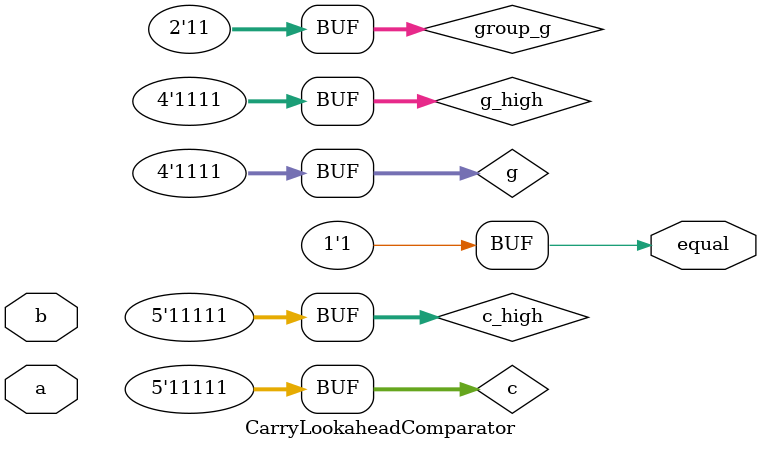
<source format=sv>
module PriorityMatcher #(parameter WIDTH=8, DEPTH=4) (
    input [WIDTH-1:0] data,
    input [DEPTH*WIDTH-1:0] patterns,
    output reg [$clog2(DEPTH)-1:0] match_index,
    output reg valid
);
    wire [WIDTH-1:0] compare_results [DEPTH-1:0];
    wire [DEPTH-1:0] match_results;
    
    genvar j;
    generate
        for (j = 0; j < DEPTH; j = j + 1) begin: compare_loop
            CarryLookaheadComparator #(.WIDTH(WIDTH)) comp_unit (
                .a(data),
                .b(patterns[j*WIDTH +: WIDTH]),
                .equal(match_results[j])
            );
        end
    endgenerate
    
    integer i;
    always @* begin
        valid = 0;
        match_index = 0;
        for (i = 0; i < DEPTH; i = i + 1) begin
            if (match_results[i]) begin
                valid = 1;
                match_index = i[$clog2(DEPTH)-1:0];
            end
        end
    end
endmodule

module CarryLookaheadComparator #(parameter WIDTH=8) (
    input [WIDTH-1:0] a,
    input [WIDTH-1:0] b,
    output equal
);
    wire [WIDTH-1:0] xnor_result;
    
    // 生成初始比较结果
    genvar i;
    generate
        for (i = 0; i < WIDTH; i = i + 1) begin: xnor_stage
            assign xnor_result[i] = ~(a[i] ^ b[i]);
        end
    endgenerate
    
    // 4位分组的先行进位逻辑
    wire [1:0] group_p, group_g;
    wire [3:0] p, g;
    wire [4:0] c;
    
    // 第一组P,G信号 (低4位)
    assign p[0] = xnor_result[0];
    assign p[1] = xnor_result[1];
    assign p[2] = xnor_result[2];
    assign p[3] = xnor_result[3];
    
    // 第一组G信号，比较器固定为1
    assign g[0] = 1'b1;
    assign g[1] = 1'b1;
    assign g[2] = 1'b1;
    assign g[3] = 1'b1;
    
    // 第一组内部进位计算
    assign c[0] = 1'b1; // 初始进位设为1
    assign c[1] = g[0] | (p[0] & c[0]);
    assign c[2] = g[1] | (p[1] & g[0]) | (p[1] & p[0] & c[0]);
    assign c[3] = g[2] | (p[2] & g[1]) | (p[2] & p[1] & g[0]) | (p[2] & p[1] & p[0] & c[0]);
    assign c[4] = g[3] | (p[3] & g[2]) | (p[3] & p[2] & g[1]) | (p[3] & p[2] & p[1] & g[0]) | (p[3] & p[2] & p[1] & p[0] & c[0]);
    
    // 第一组的组P,G信号
    assign group_p[0] = p[3] & p[2] & p[1] & p[0];
    assign group_g[0] = g[3] | (p[3] & g[2]) | (p[3] & p[2] & g[1]) | (p[3] & p[2] & p[1] & g[0]);
    
    // 第二组P,G信号 (高4位)
    wire [3:0] p_high, g_high;
    wire [4:0] c_high;
    
    assign p_high[0] = xnor_result[4];
    assign p_high[1] = xnor_result[5];
    assign p_high[2] = xnor_result[6];
    assign p_high[3] = xnor_result[7];
    
    // 第二组G信号，比较器固定为1
    assign g_high[0] = 1'b1;
    assign g_high[1] = 1'b1;
    assign g_high[2] = 1'b1;
    assign g_high[3] = 1'b1;
    
    // 第二组内部进位计算，使用第一组的进位输出作为初始值
    assign c_high[0] = c[4]; // 使用第一组的进位输出
    assign c_high[1] = g_high[0] | (p_high[0] & c_high[0]);
    assign c_high[2] = g_high[1] | (p_high[1] & g_high[0]) | (p_high[1] & p_high[0] & c_high[0]);
    assign c_high[3] = g_high[2] | (p_high[2] & g_high[1]) | (p_high[2] & p_high[1] & g_high[0]) | (p_high[2] & p_high[1] & p_high[0] & c_high[0]);
    assign c_high[4] = g_high[3] | (p_high[3] & g_high[2]) | (p_high[3] & p_high[2] & g_high[1]) | (p_high[3] & p_high[2] & p_high[1] & g_high[0]) | (p_high[3] & p_high[2] & p_high[1] & p_high[0] & c_high[0]);
    
    // 第二组的组P,G信号
    assign group_p[1] = p_high[3] & p_high[2] & p_high[1] & p_high[0];
    assign group_g[1] = g_high[3] | (p_high[3] & g_high[2]) | (p_high[3] & p_high[2] & g_high[1]) | (p_high[3] & p_high[2] & p_high[1] & g_high[0]);
    
    // 最终结果 - 所有位都相等时equal为1
    assign equal = c_high[4];
endmodule
</source>
